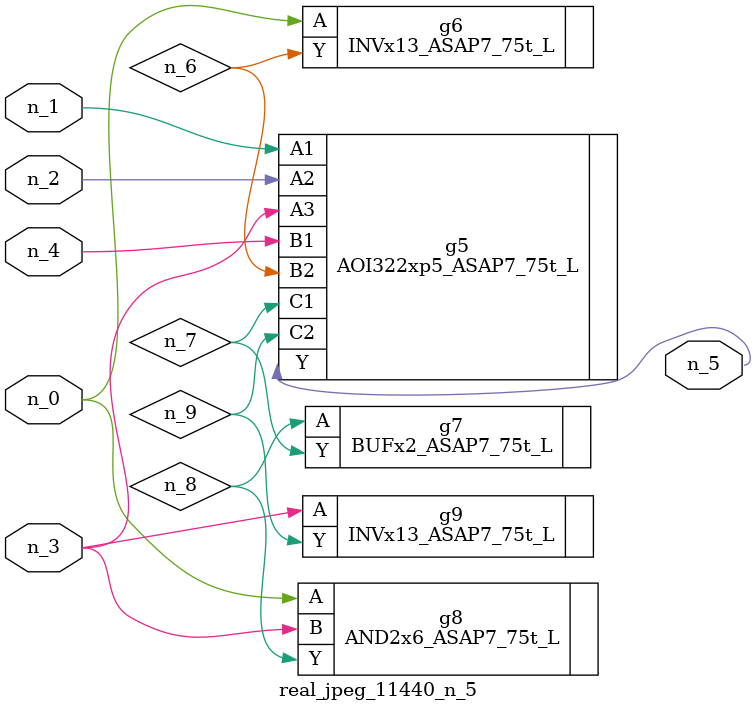
<source format=v>
module real_jpeg_11440_n_5 (n_4, n_0, n_1, n_2, n_3, n_5);

input n_4;
input n_0;
input n_1;
input n_2;
input n_3;

output n_5;

wire n_8;
wire n_6;
wire n_7;
wire n_9;

INVx13_ASAP7_75t_L g6 ( 
.A(n_0),
.Y(n_6)
);

AND2x6_ASAP7_75t_L g8 ( 
.A(n_0),
.B(n_3),
.Y(n_8)
);

AOI322xp5_ASAP7_75t_L g5 ( 
.A1(n_1),
.A2(n_2),
.A3(n_3),
.B1(n_4),
.B2(n_6),
.C1(n_7),
.C2(n_9),
.Y(n_5)
);

INVx13_ASAP7_75t_L g9 ( 
.A(n_3),
.Y(n_9)
);

BUFx2_ASAP7_75t_L g7 ( 
.A(n_8),
.Y(n_7)
);


endmodule
</source>
